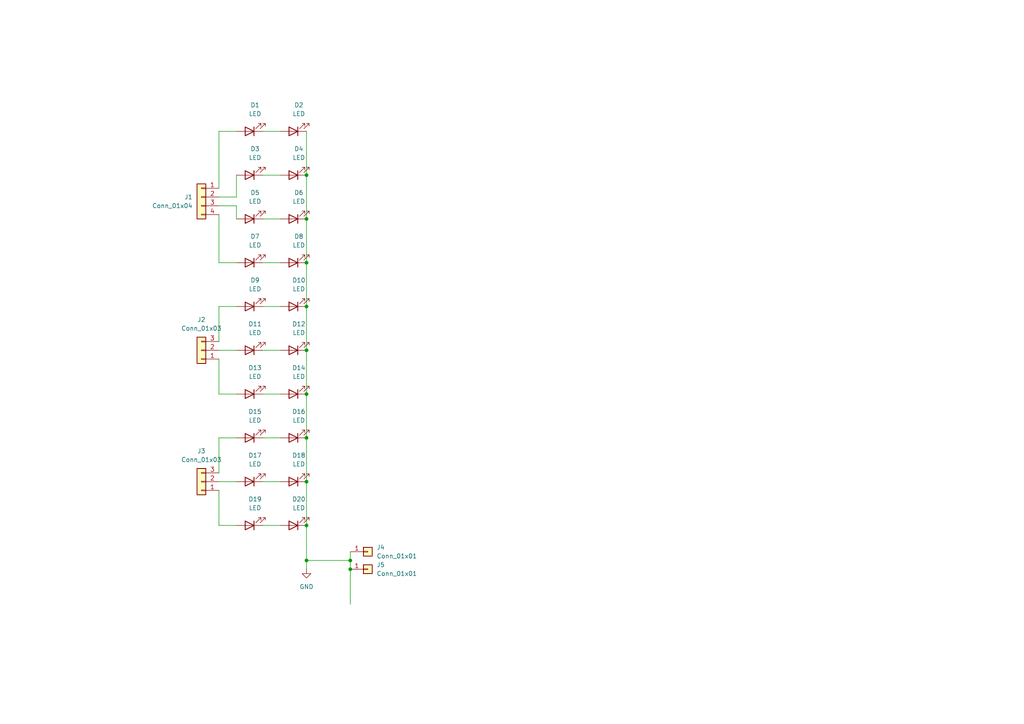
<source format=kicad_sch>
(kicad_sch (version 20231120) (generator "eeschema") (generator_version "8.0")
  (paper "A4")
  (lib_symbols
    (symbol "Connector_Generic:Conn_01x01" (pin_names (offset 1.016) hide)
      (property "Reference" "J" (at 0 2.54 0))
      (property "Value" "Conn_01x01" (at 0 -2.54 0))
      (symbol "Conn_01x01_1_1"
        (rectangle (start -1.27 0.127) (end 0 -0.127) (stroke (width 0.1524)))
        (rectangle (start -1.27 1.27) (end 1.27 -1.27) (stroke (width 0.254)) (fill (type background)))
        (pin passive line (at -5.08 0 0) (length 3.81) (name "Pin_1") (number "1"))
      )
    )
    (symbol "Connector_Generic:Conn_01x03" (pin_names (offset 1.016) hide)
      (property "Reference" "J" (at 0 5.08 0))
      (property "Value" "Conn_01x03" (at 0 -5.08 0))
      (symbol "Conn_01x03_1_1"
        (rectangle (start -1.27 -2.413) (end 0 -2.667) (stroke (width 0.1524)))
        (rectangle (start -1.27 0.127) (end 0 -0.127) (stroke (width 0.1524)))
        (rectangle (start -1.27 2.667) (end 0 2.413) (stroke (width 0.1524)))
        (rectangle (start -1.27 3.81) (end 1.27 -3.81) (stroke (width 0.254)) (fill (type background)))
        (pin passive line (at -5.08 2.54 0) (length 3.81) (name "Pin_1") (number "1"))
        (pin passive line (at -5.08 0 0) (length 3.81) (name "Pin_2") (number "2"))
        (pin passive line (at -5.08 -2.54 0) (length 3.81) (name "Pin_3") (number "3"))
      )
    )
    (symbol "Connector_Generic:Conn_01x04" (pin_names (offset 1.016) hide)
      (property "Reference" "J" (at 0 5.08 0))
      (property "Value" "Conn_01x04" (at 0 -7.62 0))
      (symbol "Conn_01x04_1_1"
        (rectangle (start -1.27 -4.953) (end 0 -5.207) (stroke (width 0.1524)))
        (rectangle (start -1.27 -2.413) (end 0 -2.667) (stroke (width 0.1524)))
        (rectangle (start -1.27 0.127) (end 0 -0.127) (stroke (width 0.1524)))
        (rectangle (start -1.27 2.667) (end 0 2.413) (stroke (width 0.1524)))
        (rectangle (start -1.27 3.81) (end 1.27 -6.35) (stroke (width 0.254)) (fill (type background)))
        (pin passive line (at -5.08 2.54 0) (length 3.81) (name "Pin_1") (number "1"))
        (pin passive line (at -5.08 0 0) (length 3.81) (name "Pin_2") (number "2"))
        (pin passive line (at -5.08 -2.54 0) (length 3.81) (name "Pin_3") (number "3"))
        (pin passive line (at -5.08 -5.08 0) (length 3.81) (name "Pin_4") (number "4"))
      )
    )
    (symbol "Device:LED" (pin_numbers hide) (pin_names (offset 1.016) hide)
      (property "Reference" "D" (at 0 2.54 0))
      (property "Value" "LED" (at 0 -2.54 0))
      (symbol "LED_0_1"
        (polyline (pts (xy -1.27 -1.27) (xy -1.27 1.27)) (stroke (width 0.254)))
        (polyline (pts (xy -1.27 0) (xy 1.27 0)))
        (polyline (pts (xy 1.27 -1.27) (xy 1.27 1.27) (xy -1.27 0) (xy 1.27 -1.27)) (stroke (width 0.254)))
        (polyline (pts (xy -3.048 -0.762) (xy -4.572 -2.286) (xy -3.81 -2.286) (xy -4.572 -2.286) (xy -4.572 -1.524)))
        (polyline (pts (xy -1.778 -0.762) (xy -3.302 -2.286) (xy -2.54 -2.286) (xy -3.302 -2.286) (xy -3.302 -1.524)))
      )
      (symbol "LED_1_1"
        (pin passive line (at -3.81 0 0) (length 2.54) (name "K") (number "1"))
        (pin passive line (at 3.81 0 180) (length 2.54) (name "A") (number "2"))
      )
    )
    (symbol "power:GND" (power) (pin_numbers hide) (pin_names (offset 0) hide)
      (property "Value" "GND" (at 0 -3.81 0))
      (symbol "GND_0_1"
        (polyline (pts (xy 0 0) (xy 0 -1.27) (xy 1.27 -1.27) (xy 0 -2.54) (xy -1.27 -1.27) (xy 0 -1.27)))
      )
      (symbol "GND_1_1"
        (pin power_in line (at 0 0 270) (length 0) (name "~") (number "1"))
      )
    )
  )
  (junction (at 88.9 88.9))
  (junction (at 88.9 152.4))
  (junction (at 88.9 101.6))
  (junction (at 88.9 139.7))
  (junction (at 88.9 127))
  (junction (at 88.9 114.3))
  (junction (at 101.6 165.1))
  (junction (at 88.9 76.2))
  (junction (at 88.9 63.5))
  (junction (at 88.9 162.56))
  (junction (at 101.6 162.56))
  (junction (at 88.9 50.8))
  (wire (pts (xy 88.9 139.7) (xy 88.9 152.4)))
  (wire (pts (xy 68.58 50.8) (xy 68.58 57.15)))
  (wire (pts (xy 88.9 50.8) (xy 88.9 63.5)))
  (wire (pts (xy 88.9 76.2) (xy 88.9 88.9)))
  (wire (pts (xy 76.2 152.4) (xy 81.28 152.4)))
  (wire (pts (xy 88.9 162.56) (xy 101.6 162.56)))
  (wire (pts (xy 76.2 114.3) (xy 81.28 114.3)))
  (wire (pts (xy 63.5 62.23) (xy 63.5 76.2)))
  (wire (pts (xy 63.5 88.9) (xy 68.58 88.9)))
  (wire (pts (xy 63.5 104.14) (xy 63.5 114.3)))
  (wire (pts (xy 76.2 139.7) (xy 81.28 139.7)))
  (wire (pts (xy 76.2 88.9) (xy 81.28 88.9)))
  (wire (pts (xy 101.6 165.1) (xy 101.6 175.26)))
  (wire (pts (xy 76.2 38.1) (xy 81.28 38.1)))
  (wire (pts (xy 76.2 127) (xy 81.28 127)))
  (wire (pts (xy 88.9 101.6) (xy 88.9 114.3)))
  (wire (pts (xy 63.5 99.06) (xy 63.5 88.9)))
  (wire (pts (xy 63.5 38.1) (xy 68.58 38.1)))
  (wire (pts (xy 63.5 152.4) (xy 68.58 152.4)))
  (wire (pts (xy 68.58 59.69) (xy 68.58 63.5)))
  (wire (pts (xy 88.9 63.5) (xy 88.9 76.2)))
  (wire (pts (xy 63.5 101.6) (xy 68.58 101.6)))
  (wire (pts (xy 88.9 152.4) (xy 88.9 162.56)))
  (wire (pts (xy 63.5 139.7) (xy 68.58 139.7)))
  (wire (pts (xy 88.9 114.3) (xy 88.9 127)))
  (wire (pts (xy 63.5 127) (xy 68.58 127)))
  (wire (pts (xy 76.2 50.8) (xy 81.28 50.8)))
  (wire (pts (xy 76.2 101.6) (xy 81.28 101.6)))
  (wire (pts (xy 63.5 59.69) (xy 68.58 59.69)))
  (wire (pts (xy 63.5 142.24) (xy 63.5 152.4)))
  (wire (pts (xy 76.2 63.5) (xy 81.28 63.5)))
  (wire (pts (xy 88.9 38.1) (xy 88.9 50.8)))
  (wire (pts (xy 88.9 88.9) (xy 88.9 101.6)))
  (wire (pts (xy 63.5 57.15) (xy 68.58 57.15)))
  (wire (pts (xy 63.5 54.61) (xy 63.5 38.1)))
  (wire (pts (xy 63.5 114.3) (xy 68.58 114.3)))
  (wire (pts (xy 88.9 162.56) (xy 88.9 165.1)))
  (wire (pts (xy 101.6 162.56) (xy 101.6 165.1)))
  (wire (pts (xy 63.5 76.2) (xy 68.58 76.2)))
  (wire (pts (xy 101.6 160.02) (xy 101.6 162.56)))
  (wire (pts (xy 63.5 137.16) (xy 63.5 127)))
  (wire (pts (xy 88.9 127) (xy 88.9 139.7)))
  (wire (pts (xy 76.2 76.2) (xy 81.28 76.2)))
  (symbol (lib_id "Device:LED") (at 85.09 114.3 180) (unit 1)
    (property "Reference" "D14" (at 86.6775 106.68 0))
    (property "Value" "LED" (at 86.6775 109.22 0))
    (property "Footprint" "custom_footprints:LED_1206_3216Metric_nosilkscreen" (effects (hide yes)))
    (property "Description" "Light emitting diode" (effects (hide yes)))
  )
  (symbol (lib_id "Device:LED") (at 72.39 139.7 180) (unit 1)
    (property "Reference" "D17" (at 73.9775 132.08 0))
    (property "Value" "LED" (at 73.9775 134.62 0))
    (property "Footprint" "custom_footprints:LED_1206_3216Metric_nosilkscreen" (effects (hide yes)))
    (property "Description" "Light emitting diode" (effects (hide yes)))
  )
  (symbol (lib_id "Device:LED") (at 85.09 38.1 180) (unit 1)
    (property "Reference" "D2" (at 86.6775 30.48 0))
    (property "Value" "LED" (at 86.6775 33.02 0))
    (property "Footprint" "custom_footprints:LED_1206_3216Metric_nosilkscreen" (effects (hide yes)))
    (property "Description" "Light emitting diode" (effects (hide yes)))
  )
  (symbol (lib_id "Device:LED") (at 72.39 127 180) (unit 1)
    (property "Reference" "D15" (at 73.9775 119.38 0))
    (property "Value" "LED" (at 73.9775 121.92 0))
    (property "Footprint" "custom_footprints:LED_1206_3216Metric_nosilkscreen" (effects (hide yes)))
    (property "Description" "Light emitting diode" (effects (hide yes)))
  )
  (symbol (lib_id "Device:LED") (at 85.09 101.6 180) (unit 1)
    (property "Reference" "D12" (at 86.6775 93.98 0))
    (property "Value" "LED" (at 86.6775 96.52 0))
    (property "Footprint" "custom_footprints:LED_1206_3216Metric_nosilkscreen" (effects (hide yes)))
    (property "Description" "Light emitting diode" (effects (hide yes)))
  )
  (symbol (lib_id "Connector_Generic:Conn_01x03") (at 58.42 101.6 180) (unit 1)
    (property "Reference" "J2" (at 58.42 92.71 0))
    (property "Value" "Conn_01x03" (at 58.42 95.25 0))
    (property "Footprint" "Connector_PinHeader_2.00mm:PinHeader_1x03_P2.00mm_Vertical" (effects (hide yes)))
    (property "Description" "Generic connector, single row, 01x03, script generated (kicad-library-utils/schlib/autogen/connector/)" (effects (hide yes)))
  )
  (symbol (lib_id "Device:LED") (at 72.39 88.9 180) (unit 1)
    (property "Reference" "D9" (at 73.9775 81.28 0))
    (property "Value" "LED" (at 73.9775 83.82 0))
    (property "Footprint" "custom_footprints:LED_1206_3216Metric_nosilkscreen" (effects (hide yes)))
    (property "Description" "Light emitting diode" (effects (hide yes)))
  )
  (symbol (lib_id "Device:LED") (at 85.09 127 180) (unit 1)
    (property "Reference" "D16" (at 86.6775 119.38 0))
    (property "Value" "LED" (at 86.6775 121.92 0))
    (property "Footprint" "custom_footprints:LED_1206_3216Metric_nosilkscreen" (effects (hide yes)))
    (property "Description" "Light emitting diode" (effects (hide yes)))
  )
  (symbol (lib_id "Device:LED") (at 72.39 63.5 180) (unit 1)
    (property "Reference" "D5" (at 73.9775 55.88 0))
    (property "Value" "LED" (at 73.9775 58.42 0))
    (property "Footprint" "custom_footprints:LED_1206_3216Metric_nosilkscreen" (effects (hide yes)))
    (property "Description" "Light emitting diode" (effects (hide yes)))
  )
  (symbol (lib_id "power:GND") (at 88.9 165.1 0) (unit 1)
    (property "Reference" "#PWR01" (effects (hide yes)))
    (property "Value" "GND" (at 88.9 170.18 0))
    (property "Description" "Power symbol creates a global label with name \"GND\" , ground" (effects (hide yes)))
  )
  (symbol (lib_id "Device:LED") (at 72.39 101.6 180) (unit 1)
    (property "Reference" "D11" (at 73.9775 93.98 0))
    (property "Value" "LED" (at 73.9775 96.52 0))
    (property "Footprint" "custom_footprints:LED_1206_3216Metric_nosilkscreen" (effects (hide yes)))
    (property "Description" "Light emitting diode" (effects (hide yes)))
  )
  (symbol (lib_id "Connector_Generic:Conn_01x04") (at 58.42 57.15 0) (mirror y) (unit 1)
    (property "Reference" "J1" (at 55.88 57.1499 0) (effects (justify left)))
    (property "Value" "Conn_01x04" (at 55.88 59.6899 0) (effects (justify left)))
    (property "Footprint" "Connector_PinHeader_2.00mm:PinHeader_1x04_P2.00mm_Vertical" (effects (hide yes)))
    (property "Description" "Generic connector, single row, 01x04, script generated (kicad-library-utils/schlib/autogen/connector/)" (effects (hide yes)))
  )
  (symbol (lib_id "Device:LED") (at 72.39 76.2 180) (unit 1)
    (property "Reference" "D7" (at 73.9775 68.58 0))
    (property "Value" "LED" (at 73.9775 71.12 0))
    (property "Footprint" "custom_footprints:LED_1206_3216Metric_nosilkscreen" (effects (hide yes)))
    (property "Description" "Light emitting diode" (effects (hide yes)))
  )
  (symbol (lib_id "Device:LED") (at 85.09 152.4 180) (unit 1)
    (property "Reference" "D20" (at 86.6775 144.78 0))
    (property "Value" "LED" (at 86.6775 147.32 0))
    (property "Footprint" "custom_footprints:LED_1206_3216Metric_nosilkscreen" (effects (hide yes)))
    (property "Description" "Light emitting diode" (effects (hide yes)))
  )
  (symbol (lib_id "Device:LED") (at 85.09 88.9 180) (unit 1)
    (property "Reference" "D10" (at 86.6775 81.28 0))
    (property "Value" "LED" (at 86.6775 83.82 0))
    (property "Footprint" "custom_footprints:LED_1206_3216Metric_nosilkscreen" (effects (hide yes)))
    (property "Description" "Light emitting diode" (effects (hide yes)))
  )
  (symbol (lib_id "Connector_Generic:Conn_01x01") (at 106.68 165.1 0) (unit 1)
    (property "Reference" "J5" (at 109.22 163.8299 0) (effects (justify left)))
    (property "Value" "Conn_01x01" (at 109.22 166.3699 0) (effects (justify left)))
    (property "Footprint" "Connector_PinHeader_2.00mm:PinHeader_1x01_P2.00mm_Vertical" (effects (hide yes)))
    (property "Description" "Generic connector, single row, 01x01, script generated (kicad-library-utils/schlib/autogen/connector/)" (effects (hide yes)))
  )
  (symbol (lib_id "Connector_Generic:Conn_01x03") (at 58.42 139.7 180) (unit 1)
    (property "Reference" "J3" (at 58.42 130.81 0))
    (property "Value" "Conn_01x03" (at 58.42 133.35 0))
    (property "Footprint" "Connector_PinHeader_2.00mm:PinHeader_1x03_P2.00mm_Vertical" (effects (hide yes)))
    (property "Description" "Generic connector, single row, 01x03, script generated (kicad-library-utils/schlib/autogen/connector/)" (effects (hide yes)))
  )
  (symbol (lib_id "Connector_Generic:Conn_01x01") (at 106.68 160.02 0) (unit 1)
    (property "Reference" "J4" (at 109.22 158.7499 0) (effects (justify left)))
    (property "Value" "Conn_01x01" (at 109.22 161.2899 0) (effects (justify left)))
    (property "Footprint" "Connector_PinHeader_2.00mm:PinHeader_1x01_P2.00mm_Vertical" (effects (hide yes)))
    (property "Description" "Generic connector, single row, 01x01, script generated (kicad-library-utils/schlib/autogen/connector/)" (effects (hide yes)))
  )
  (symbol (lib_id "Device:LED") (at 72.39 114.3 180) (unit 1)
    (property "Reference" "D13" (at 73.9775 106.68 0))
    (property "Value" "LED" (at 73.9775 109.22 0))
    (property "Footprint" "custom_footprints:LED_1206_3216Metric_nosilkscreen" (effects (hide yes)))
    (property "Description" "Light emitting diode" (effects (hide yes)))
  )
  (symbol (lib_id "Device:LED") (at 85.09 63.5 180) (unit 1)
    (property "Reference" "D6" (at 86.6775 55.88 0))
    (property "Value" "LED" (at 86.6775 58.42 0))
    (property "Footprint" "custom_footprints:LED_1206_3216Metric_nosilkscreen" (effects (hide yes)))
    (property "Description" "Light emitting diode" (effects (hide yes)))
  )
  (symbol (lib_id "Device:LED") (at 85.09 139.7 180) (unit 1)
    (property "Reference" "D18" (at 86.6775 132.08 0))
    (property "Value" "LED" (at 86.6775 134.62 0))
    (property "Footprint" "custom_footprints:LED_1206_3216Metric_nosilkscreen" (effects (hide yes)))
    (property "Description" "Light emitting diode" (effects (hide yes)))
  )
  (symbol (lib_id "Device:LED") (at 72.39 50.8 180) (unit 1)
    (property "Reference" "D3" (at 73.9775 43.18 0))
    (property "Value" "LED" (at 73.9775 45.72 0))
    (property "Footprint" "custom_footprints:LED_1206_3216Metric_nosilkscreen" (effects (hide yes)))
    (property "Description" "Light emitting diode" (effects (hide yes)))
  )
  (symbol (lib_id "Device:LED") (at 85.09 50.8 180) (unit 1)
    (property "Reference" "D4" (at 86.6775 43.18 0))
    (property "Value" "LED" (at 86.6775 45.72 0))
    (property "Footprint" "custom_footprints:LED_1206_3216Metric_nosilkscreen" (effects (hide yes)))
    (property "Description" "Light emitting diode" (effects (hide yes)))
  )
  (symbol (lib_id "Device:LED") (at 72.39 38.1 180) (unit 1)
    (property "Reference" "D1" (at 73.9775 30.48 0))
    (property "Value" "LED" (at 73.9775 33.02 0))
    (property "Footprint" "custom_footprints:LED_1206_3216Metric_nosilkscreen" (effects (hide yes)))
    (property "Description" "Light emitting diode" (effects (hide yes)))
  )
  (symbol (lib_id "Device:LED") (at 72.39 152.4 180) (unit 1)
    (property "Reference" "D19" (at 73.9775 144.78 0))
    (property "Value" "LED" (at 73.9775 147.32 0))
    (property "Footprint" "custom_footprints:LED_1206_3216Metric_nosilkscreen" (effects (hide yes)))
    (property "Description" "Light emitting diode" (effects (hide yes)))
  )
  (symbol (lib_id "Device:LED") (at 85.09 76.2 180) (unit 1)
    (property "Reference" "D8" (at 86.6775 68.58 0))
    (property "Value" "LED" (at 86.6775 71.12 0))
    (property "Footprint" "custom_footprints:LED_1206_3216Metric_nosilkscreen" (effects (hide yes)))
    (property "Description" "Light emitting diode" (effects (hide yes)))
  )
)
</source>
